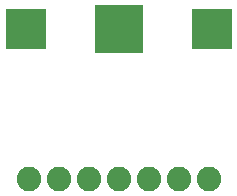
<source format=gbr>
G04 EAGLE Gerber RS-274X export*
G75*
%MOMM*%
%FSLAX34Y34*%
%LPD*%
%INSoldermask Bottom*%
%IPPOS*%
%AMOC8*
5,1,8,0,0,1.08239X$1,22.5*%
G01*
%ADD10R,4.165600X4.165600*%
%ADD11R,3.378200X3.378200*%
%ADD12C,2.082800*%


D10*
X101600Y139700D03*
D11*
X180340Y139700D03*
X22860Y139700D03*
D12*
X25400Y12700D03*
X50800Y12700D03*
X76200Y12700D03*
X101600Y12700D03*
X127000Y12700D03*
X152400Y12700D03*
X177800Y12700D03*
M02*

</source>
